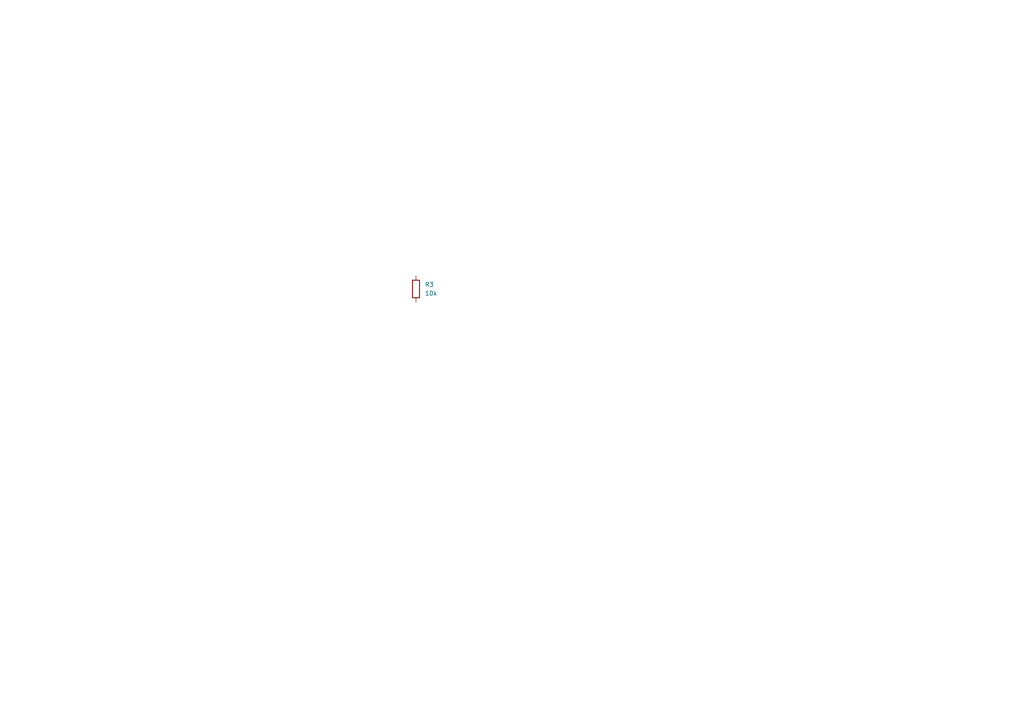
<source format=kicad_sch>
(kicad_sch (version 20250114) (generator "eeschema") (generator_version "9.0")
  (paper "A4")
  (lib_symbols
    (symbol "Device:R" (pin_numbers (hide yes)) (pin_names (offset 0))
      (property "Reference" "R" (at 2.032 0 90))
      (property "Value" "R" (at 0 0 90))
      (symbol "R_0_1"
        (rectangle (start -1.016 -2.54) (end 1.016 2.54) (stroke (width 0.254)))
      )
      (symbol "R_1_1"
        (pin passive line (at 0 3.81 270) (length 1.27) (name "~") (number "1"))
        (pin passive line (at 0 -3.81 90) (length 1.27) (name "~") (number "2"))
      )
    )
  )
  (symbol (lib_id "Device:R") (at 120.65 83.82 0) (unit 1)
    (property "Reference" "R3" (at 123.19 82.5499 0) (effects (justify left)))
    (property "Value" "10k" (at 123.19 85.0899 0) (effects (justify left)))
    (property "Footprint" "Resistor_SMD:R_0603_1608Metric" (effects (hide yes)))
    (property "Description" "Resistor" (effects (hide yes)))
  )
)
</source>
